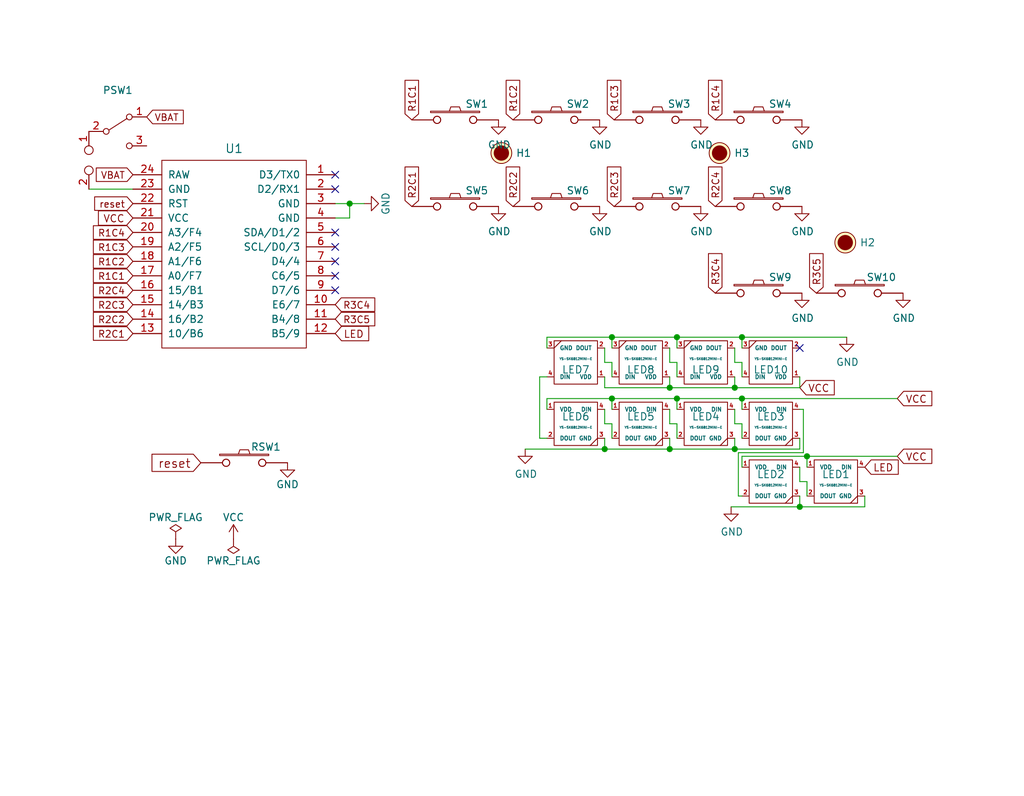
<source format=kicad_sch>
(kicad_sch (version 20211123) (generator eeschema)
  (paper "User" 180.01 140.005)
  (title_block (title "РИСАТЕНО") (date "2021-02-28") (rev "0.2_RGB") (company "Aroum"))
  (lib_symbols
    (symbol "Connector:TestPoint_2Pole" (pin_names (offset 0.762) hide)
      (property "Reference" "TP" (at 0 1.524 0))
      (property "Value" "TestPoint_2Pole" (at 0 -1.778 0))
      (symbol "TestPoint_2Pole_0_1"
        (circle (center -1.778 0) (radius 0.762))
        (circle (center 1.778 0) (radius 0.762))
        (pin passive line (at -5.08 0 0) (length 2.54) (name "1") (number "1"))
        (pin passive line (at 5.08 0 180) (length 2.54) (name "2") (number "2"))
      )
    )
    (symbol "PNCATEHO:ProMicro_r" (pin_names (offset 1.016))
      (property "Reference" "U" (at 1.27 22.86 0))
      (property "Value" "ProMicro_r" (at 1.27 -15.24 0))
      (symbol "ProMicro_r_0_1"
        (rectangle (start 13.97 20.32) (end -11.43 -12.7))
      )
      (symbol "ProMicro_r_1_1"
        (pin bidirectional line (at 19.05 17.78 180) (length 5.08) (name "D3/TX0") (number "1"))
        (pin bidirectional line (at 19.05 -5.08 180) (length 5.08) (name "E6/7") (number "10"))
        (pin bidirectional line (at 19.05 -7.62 180) (length 5.08) (name "B4/8") (number "11"))
        (pin bidirectional line (at 19.05 -10.16 180) (length 5.08) (name "B5/9") (number "12"))
        (pin bidirectional line (at -16.51 -10.16 0) (length 5.08) (name "10/B6") (number "13"))
        (pin bidirectional line (at -16.51 -7.62 0) (length 5.08) (name "16/B2") (number "14"))
        (pin bidirectional line (at -16.51 -5.08 0) (length 5.08) (name "14/B3") (number "15"))
        (pin bidirectional line (at -16.51 -2.54 0) (length 5.08) (name "15/B1") (number "16"))
        (pin bidirectional line (at -16.51 0 0) (length 5.08) (name "A0/F7") (number "17"))
        (pin bidirectional line (at -16.51 2.54 0) (length 5.08) (name "A1/F6") (number "18"))
        (pin bidirectional line (at -16.51 5.08 0) (length 5.08) (name "A2/F5") (number "19"))
        (pin bidirectional line (at 19.05 15.24 180) (length 5.08) (name "D2/RX1") (number "2"))
        (pin bidirectional line (at -16.51 7.62 0) (length 5.08) (name "A3/F4") (number "20"))
        (pin power_in line (at -16.51 10.16 0) (length 5.08) (name "VCC") (number "21"))
        (pin input line (at -16.51 12.7 0) (length 5.08) (name "RST") (number "22"))
        (pin power_in line (at -16.51 15.24 0) (length 5.08) (name "GND") (number "23"))
        (pin power_out line (at -16.51 17.78 0) (length 5.08) (name "RAW") (number "24"))
        (pin power_in line (at 19.05 12.7 180) (length 5.08) (name "GND") (number "3"))
        (pin power_in line (at 19.05 10.16 180) (length 5.08) (name "GND") (number "4"))
        (pin bidirectional line (at 19.05 7.62 180) (length 5.08) (name "SDA/D1/2") (number "5"))
        (pin bidirectional line (at 19.05 5.08 180) (length 5.08) (name "SCL/D0/3") (number "6"))
        (pin bidirectional line (at 19.05 2.54 180) (length 5.08) (name "D4/4") (number "7"))
        (pin bidirectional line (at 19.05 0 180) (length 5.08) (name "C6/5") (number "8"))
        (pin bidirectional line (at 19.05 -2.54 180) (length 5.08) (name "D7/6") (number "9"))
      )
    )
    (symbol "PNCATEHO:SW_PUSH" (pin_numbers hide) (pin_names (offset 1.016) hide)
      (property "Reference" "SW" (at 3.81 2.794 0))
      (property "Value" "SW_PUSH" (at 0 -2.032 0))
      (symbol "SW_PUSH_0_1"
        (rectangle (start -4.318 1.27) (end 4.318 1.524))
        (polyline (pts (xy -1.016 1.524) (xy -0.762 2.286) (xy 0.762 2.286) (xy 1.016 1.524)))
        (pin passive inverted (at -7.62 0 0) (length 5.08) (name "1") (number "1"))
        (pin passive inverted (at 7.62 0 180) (length 5.08) (name "2") (number "2"))
      )
    )
    (symbol "PNCATEHO:YS-SK6812MINI-E" (pin_names (offset 1.016))
      (property "Reference" "LED" (at 0 0 0))
      (property "Value" "YS-SK6812MINI-E" (at 0 -1.524 0))
      (symbol "YS-SK6812MINI-E_0_1"
        (rectangle (start -3.81 3.81) (end 3.81 -3.81))
        (polyline (pts (xy 2.54 -3.81) (xy 3.81 -2.54)))
      )
      (symbol "YS-SK6812MINI-E_1_1"
        (pin power_in line (at -5.08 2.54 0) (length 1.1938) (name "VDD") (number "1"))
        (pin output line (at -5.08 -2.54 0) (length 1.1938) (name "DOUT") (number "2"))
        (pin power_in line (at 5.08 -2.54 180) (length 1.1938) (name "GND") (number "3"))
        (pin input line (at 5.08 2.54 180) (length 1.1938) (name "DIN") (number "4"))
      )
    )
    (symbol "Switch:SW_SPDT" (pin_names (offset 0) hide)
      (property "Reference" "SW" (at 0 4.318 0))
      (property "Value" "SW_SPDT" (at 0 -5.08 0))
      (symbol "SW_SPDT_0_0"
        (circle (center -2.032 0) (radius 0.508))
        (circle (center 2.032 -2.54) (radius 0.508))
      )
      (symbol "SW_SPDT_0_1"
        (polyline (pts (xy -1.524 0.254) (xy 1.651 2.286)))
        (circle (center 2.032 2.54) (radius 0.508))
      )
      (symbol "SW_SPDT_1_1"
        (pin passive line (at 5.08 2.54 180) (length 2.54) (name "A") (number "1"))
        (pin passive line (at -5.08 0 0) (length 2.54) (name "B") (number "2"))
        (pin passive line (at 5.08 -2.54 180) (length 2.54) (name "C") (number "3"))
      )
    )
    (symbol "kbd:Hole" (pin_names (offset 1.016))
      (property "Reference" "H" (at 0 0 0))
      (symbol "Hole_0_1"
        (circle (center 0 0) (radius 1.27) (fill (type outline)))
        (circle (center 0 0) (radius 1.8288) (fill (type background)))
      )
    )
    (symbol "power:GND" (power) (pin_names (offset 0))
      (property "Value" "GND" (at 0 -3.81 0))
      (symbol "GND_0_1"
        (polyline (pts (xy 0 0) (xy 0 -1.27) (xy 1.27 -1.27) (xy 0 -2.54) (xy -1.27 -1.27) (xy 0 -1.27)))
      )
      (symbol "GND_1_1"
        (pin power_in line (at 0 0 270) (length 0) hide (name "GND") (number "1"))
      )
    )
    (symbol "power:PWR_FLAG" (power) (pin_numbers hide) (pin_names (offset 0) hide)
      (property "Value" "PWR_FLAG" (at 0 3.81 0))
      (symbol "PWR_FLAG_0_0"
        (pin power_out line (at 0 0 90) (length 0) (name "pwr") (number "1"))
      )
      (symbol "PWR_FLAG_0_1"
        (polyline (pts (xy 0 0) (xy 0 1.27) (xy -1.016 1.905) (xy 0 2.54) (xy 1.016 1.905) (xy 0 1.27)))
      )
    )
    (symbol "power:VCC" (power) (pin_names (offset 0))
      (property "Value" "VCC" (at 0 3.81 0))
      (symbol "VCC_0_1"
        (polyline (pts (xy -0.762 1.27) (xy 0 2.54)))
        (polyline (pts (xy 0 0) (xy 0 2.54)))
        (polyline (pts (xy 0 2.54) (xy 0.762 1.27)))
      )
      (symbol "VCC_1_1"
        (pin power_in line (at 0 0 90) (length 0) hide (name "VCC") (number "1"))
      )
    )
  )
  (junction (at 130.429 59.309))
  (junction (at 61.468 35.814))
  (junction (at 118.999 59.309))
  (junction (at 129.159 78.994))
  (junction (at 129.159 68.199))
  (junction (at 130.429 70.104))
  (junction (at 140.589 89.154))
  (junction (at 118.999 70.104))
  (junction (at 141.859 80.264))
  (junction (at 107.569 70.104))
  (junction (at 117.729 68.199))
  (junction (at 117.729 78.994))
  (junction (at 107.569 59.309))
  (junction (at 106.299 78.994))
  (no_connect (at 58.928 40.894))
  (no_connect (at 140.589 61.214))
  (no_connect (at 58.928 33.274))
  (no_connect (at 58.928 48.514))
  (no_connect (at 58.928 51.054))
  (no_connect (at 58.928 43.434))
  (no_connect (at 58.928 30.734))
  (no_connect (at 58.928 45.974))
  (wire (pts (xy 96.139 70.104) (xy 96.139 72.009)))
  (wire (pts (xy 107.569 77.089) (xy 107.569 74.549)))
  (wire (pts (xy 96.139 77.089) (xy 94.869 77.089)))
  (wire (pts (xy 140.589 89.154) (xy 152.019 89.154)))
  (wire (pts (xy 118.999 63.754) (xy 117.729 63.754)))
  (wire (pts (xy 118.999 66.294) (xy 118.999 63.754)))
  (wire (pts (xy 152.019 87.249) (xy 152.019 89.154)))
  (wire (pts (xy 129.159 68.199) (xy 140.589 68.199)))
  (wire (pts (xy 106.299 63.754) (xy 106.299 61.214)))
  (wire (pts (xy 118.999 70.104) (xy 107.569 70.104)))
  (wire (pts (xy 141.859 87.249) (xy 141.859 84.709)))
  (wire (pts (xy 107.569 74.549) (xy 106.299 74.549)))
  (wire (pts (xy 129.159 78.994) (xy 117.729 78.994)))
  (wire (pts (xy 130.429 74.549) (xy 129.159 74.549)))
  (wire (pts (xy 140.589 89.154) (xy 128.524 89.154)))
  (wire (pts (xy 130.429 87.249) (xy 129.794 87.249)))
  (wire (pts (xy 130.429 82.169) (xy 130.429 80.264)))
  (wire (pts (xy 129.159 74.549) (xy 129.159 72.009)))
  (wire (pts (xy 118.999 70.104) (xy 118.999 72.009)))
  (wire (pts (xy 107.569 59.309) (xy 96.139 59.309)))
  (wire (pts (xy 106.299 66.294) (xy 106.299 68.199)))
  (wire (pts (xy 118.999 77.089) (xy 118.999 74.549)))
  (wire (pts (xy 106.299 74.549) (xy 106.299 72.009)))
  (wire (pts (xy 117.729 68.199) (xy 129.159 68.199)))
  (wire (pts (xy 157.734 70.104) (xy 130.429 70.104)))
  (wire (pts (xy 129.794 79.629) (xy 141.224 79.629)))
  (wire (pts (xy 64.008 35.814) (xy 61.468 35.814)))
  (wire (pts (xy 130.429 59.309) (xy 118.999 59.309)))
  (wire (pts (xy 140.589 72.009) (xy 141.224 72.009)))
  (wire (pts (xy 129.794 87.249) (xy 129.794 79.629)))
  (wire (pts (xy 107.569 70.104) (xy 96.139 70.104)))
  (wire (pts (xy 130.429 63.754) (xy 129.159 63.754)))
  (wire (pts (xy 130.429 80.264) (xy 141.859 80.264)))
  (wire (pts (xy 118.999 59.309) (xy 118.999 61.214)))
  (wire (pts (xy 117.729 68.199) (xy 117.729 66.294)))
  (wire (pts (xy 94.869 66.294) (xy 96.139 66.294)))
  (wire (pts (xy 118.999 59.309) (xy 107.569 59.309)))
  (wire (pts (xy 140.589 87.249) (xy 140.589 89.154)))
  (wire (pts (xy 61.468 35.814) (xy 58.928 35.814)))
  (wire (pts (xy 117.729 74.549) (xy 117.729 72.009)))
  (wire (pts (xy 130.429 77.089) (xy 130.429 74.549)))
  (wire (pts (xy 107.569 66.294) (xy 107.569 63.754)))
  (wire (pts (xy 94.869 66.294) (xy 94.869 77.089)))
  (wire (pts (xy 96.139 59.309) (xy 96.139 61.214)))
  (wire (pts (xy 118.999 74.549) (xy 117.729 74.549)))
  (wire (pts (xy 107.569 63.754) (xy 106.299 63.754)))
  (wire (pts (xy 117.729 78.994) (xy 106.299 78.994)))
  (wire (pts (xy 58.928 38.354) (xy 61.468 38.354)))
  (wire (pts (xy 141.224 72.009) (xy 141.224 79.629)))
  (wire (pts (xy 106.299 78.994) (xy 92.329 78.994)))
  (wire (pts (xy 129.159 68.199) (xy 129.159 66.294)))
  (wire (pts (xy 130.429 59.309) (xy 148.844 59.309)))
  (wire (pts (xy 141.859 80.264) (xy 141.859 82.169)))
  (wire (pts (xy 107.569 59.309) (xy 107.569 61.214)))
  (wire (pts (xy 107.569 70.104) (xy 107.569 72.009)))
  (wire (pts (xy 130.429 70.104) (xy 118.999 70.104)))
  (wire (pts (xy 15.621 33.274) (xy 23.368 33.274)))
  (wire (pts (xy 129.159 78.994) (xy 129.159 77.089)))
  (wire (pts (xy 141.859 84.709) (xy 140.589 84.709)))
  (wire (pts (xy 130.429 72.009) (xy 130.429 70.104)))
  (wire (pts (xy 117.729 63.754) (xy 117.729 61.214)))
  (wire (pts (xy 61.468 38.354) (xy 61.468 35.814)))
  (wire (pts (xy 129.159 63.754) (xy 129.159 61.214)))
  (wire (pts (xy 141.859 80.264) (xy 157.734 80.264)))
  (wire (pts (xy 117.729 78.994) (xy 117.729 77.089)))
  (wire (pts (xy 140.589 84.709) (xy 140.589 82.169)))
  (wire (pts (xy 140.589 78.994) (xy 129.159 78.994)))
  (wire (pts (xy 140.589 77.089) (xy 140.589 78.994)))
  (wire (pts (xy 106.299 78.994) (xy 106.299 77.089)))
  (wire (pts (xy 130.429 66.294) (xy 130.429 63.754)))
  (wire (pts (xy 106.299 68.199) (xy 117.729 68.199)))
  (wire (pts (xy 140.589 68.199) (xy 140.589 66.294)))
  (wire (pts (xy 130.429 61.214) (xy 130.429 59.309)))
  (global_label "R2C2" (shape input) (at 23.368 56.134 180) (effects (font (size 1.1938 1.1938))) (property "Intersheet References" "${INTERSHEET_REFS}" (effects hide)))
  (global_label "VCC" (shape input) (at 157.734 80.264 0) (property "Intersheet References" "${INTERSHEET_REFS}" (effects hide)))
  (global_label "VBAT" (shape input) (at 23.368 30.734 180) (effects (font (size 1.1938 1.1938))) (property "Intersheet References" "${INTERSHEET_REFS}" (effects hide)))
  (global_label "R1C3" (shape input) (at 23.368 43.434 180) (effects (font (size 1.1938 1.1938))) (property "Intersheet References" "${INTERSHEET_REFS}" (effects hide)))
  (global_label "R1C1" (shape input) (at 23.368 48.514 180) (effects (font (size 1.1938 1.1938))) (property "Intersheet References" "${INTERSHEET_REFS}" (effects hide)))
  (global_label "R3C5" (shape input) (at 143.51 51.562 90) (effects (font (size 1.1938 1.1938))) (property "Intersheet References" "${INTERSHEET_REFS}" (effects hide)))
  (global_label "R1C2" (shape input) (at 23.368 45.974 180) (effects (font (size 1.1938 1.1938))) (property "Intersheet References" "${INTERSHEET_REFS}" (effects hide)))
  (global_label "R3C4" (shape input) (at 58.928 53.594 0) (effects (font (size 1.1938 1.1938))) (property "Intersheet References" "${INTERSHEET_REFS}" (effects hide)))
  (global_label "VCC" (shape input) (at 140.589 68.199 0) (property "Intersheet References" "${INTERSHEET_REFS}" (effects hide)))
  (global_label "LED" (shape input) (at 152.019 82.169 0) (property "Intersheet References" "${INTERSHEET_REFS}" (effects hide)))
  (global_label "R3C4" (shape input) (at 125.73 51.562 90) (effects (font (size 1.1938 1.1938))) (property "Intersheet References" "${INTERSHEET_REFS}" (effects hide)))
  (global_label "R1C4" (shape input) (at 23.368 40.894 180) (effects (font (size 1.1938 1.1938))) (property "Intersheet References" "${INTERSHEET_REFS}" (effects hide)))
  (global_label "VCC" (shape input) (at 157.734 70.104 0) (property "Intersheet References" "${INTERSHEET_REFS}" (effects hide)))
  (global_label "R2C3" (shape input) (at 107.95 36.322 90) (effects (font (size 1.1938 1.1938))) (property "Intersheet References" "${INTERSHEET_REFS}" (effects hide)))
  (global_label "R2C1" (shape input) (at 72.39 36.322 90) (effects (font (size 1.1938 1.1938))) (property "Intersheet References" "${INTERSHEET_REFS}" (effects hide)))
  (global_label "R3C5" (shape input) (at 58.928 56.134 0) (effects (font (size 1.1938 1.1938))) (property "Intersheet References" "${INTERSHEET_REFS}" (effects hide)))
  (global_label "R1C2" (shape input) (at 90.17 21.082 90) (effects (font (size 1.1938 1.1938))) (property "Intersheet References" "${INTERSHEET_REFS}" (effects hide)))
  (global_label "reset" (shape input) (at 23.368 35.814 180) (effects (font (size 1.1938 1.1938))) (property "Intersheet References" "${INTERSHEET_REFS}" (effects hide)))
  (global_label "R1C1" (shape input) (at 72.39 21.082 90) (effects (font (size 1.1938 1.1938))) (property "Intersheet References" "${INTERSHEET_REFS}" (effects hide)))
  (global_label "reset" (shape input) (at 35.306 81.407 180) (effects (font (size 1.524 1.524))) (property "Intersheet References" "${INTERSHEET_REFS}" (effects hide)))
  (global_label "R2C4" (shape input) (at 23.368 51.054 180) (effects (font (size 1.1938 1.1938))) (property "Intersheet References" "${INTERSHEET_REFS}" (effects hide)))
  (global_label "R2C2" (shape input) (at 90.17 36.322 90) (effects (font (size 1.1938 1.1938))) (property "Intersheet References" "${INTERSHEET_REFS}" (effects hide)))
  (global_label "R1C4" (shape input) (at 125.73 21.082 90) (effects (font (size 1.1938 1.1938))) (property "Intersheet References" "${INTERSHEET_REFS}" (effects hide)))
  (global_label "R2C3" (shape input) (at 23.368 53.594 180) (effects (font (size 1.1938 1.1938))) (property "Intersheet References" "${INTERSHEET_REFS}" (effects hide)))
  (global_label "R2C1" (shape input) (at 23.368 58.674 180) (effects (font (size 1.1938 1.1938))) (property "Intersheet References" "${INTERSHEET_REFS}" (effects hide)))
  (global_label "R1C3" (shape input) (at 107.95 21.082 90) (effects (font (size 1.1938 1.1938))) (property "Intersheet References" "${INTERSHEET_REFS}" (effects hide)))
  (global_label "LED" (shape input) (at 58.928 58.674 0) (property "Intersheet References" "${INTERSHEET_REFS}" (effects hide)))
  (global_label "R2C4" (shape input) (at 125.73 36.322 90) (effects (font (size 1.1938 1.1938))) (property "Intersheet References" "${INTERSHEET_REFS}" (effects hide)))
  (global_label "VBAT" (shape input) (at 25.781 20.574 0) (effects (font (size 1.1938 1.1938))) (property "Intersheet References" "${INTERSHEET_REFS}" (effects hide)))
  (global_label "VCC" (shape input) (at 23.368 38.354 180) (property "Intersheet References" "${INTERSHEET_REFS}" (effects hide)))
  (symbol (lib_id "PNCATEHO:SW_PUSH") (at 80.01 21.082 0) (unit 1)
    (property "Reference" "SW1" (at 83.82 18.288 0))
    (property "Value" "SW_PUSH" (effects hide))
    (property "Footprint" "PNCATEHO:ChocV1_duplex" (effects hide))
  )
  (symbol (lib_id "PNCATEHO:SW_PUSH") (at 97.79 21.082 0) (unit 1)
    (property "Reference" "SW2" (at 101.6 18.288 0))
    (property "Value" "SW_PUSH" (effects hide))
    (property "Footprint" "PNCATEHO:ChocV1_duplex" (effects hide))
  )
  (symbol (lib_id "PNCATEHO:SW_PUSH") (at 115.57 21.082 0) (unit 1)
    (property "Reference" "SW3" (at 119.38 18.288 0))
    (property "Value" "SW_PUSH" (effects hide))
    (property "Footprint" "PNCATEHO:ChocV1_duplex" (effects hide))
  )
  (symbol (lib_id "PNCATEHO:SW_PUSH") (at 133.35 21.082 0) (unit 1)
    (property "Reference" "SW4" (at 137.16 18.288 0))
    (property "Value" "SW_PUSH" (effects hide))
    (property "Footprint" "PNCATEHO:ChocV1_duplex" (effects hide))
  )
  (symbol (lib_id "PNCATEHO:SW_PUSH") (at 80.01 36.322 0) (unit 1)
    (property "Reference" "SW5" (at 83.82 33.528 0))
    (property "Value" "SW_PUSH" (effects hide))
    (property "Footprint" "PNCATEHO:ChocV1_duplex" (effects hide))
  )
  (symbol (lib_id "PNCATEHO:SW_PUSH") (at 97.79 36.322 0) (unit 1)
    (property "Reference" "SW6" (at 101.6 33.528 0))
    (property "Value" "SW_PUSH" (effects hide))
    (property "Footprint" "PNCATEHO:ChocV1_duplex" (effects hide))
  )
  (symbol (lib_id "PNCATEHO:SW_PUSH") (at 115.57 36.322 0) (unit 1)
    (property "Reference" "SW7" (at 119.38 33.528 0))
    (property "Value" "SW_PUSH" (effects hide))
    (property "Footprint" "PNCATEHO:ChocV1_duplex" (effects hide))
  )
  (symbol (lib_id "PNCATEHO:SW_PUSH") (at 133.35 36.322 0) (unit 1)
    (property "Reference" "SW8" (at 137.16 33.528 0))
    (property "Value" "SW_PUSH" (effects hide))
    (property "Footprint" "PNCATEHO:ChocV1_duplex" (effects hide))
  )
  (symbol (lib_id "PNCATEHO:SW_PUSH") (at 133.35 51.562 0) (unit 1)
    (property "Reference" "SW9" (at 137.16 48.768 0))
    (property "Value" "SW_PUSH" (effects hide))
    (property "Footprint" "PNCATEHO:ChocV1_duplex" (effects hide))
  )
  (symbol (lib_id "PNCATEHO:SW_PUSH") (at 151.13 51.562 0) (unit 1)
    (property "Reference" "SW10" (at 154.94 48.768 0))
    (property "Value" "SW_PUSH" (effects hide))
    (property "Footprint" "PNCATEHO:ChocV1_duplex" (effects hide))
  )
  (symbol (lib_id "power:GND") (at 64.008 35.814 90) (unit 1)
    (property "Reference" "#PWR08" (effects hide))
    (property "Value" "GND" (at 67.818 35.814 0))
  )
  (symbol (lib_id "power:GND") (at 30.8864 94.8182 0) (unit 1)
    (property "Reference" "#PWR04" (effects hide))
    (property "Value" "GND" (at 30.8864 98.6282 0))
  )
  (symbol (lib_id "power:VCC") (at 41.0464 94.8182 0) (unit 1)
    (property "Reference" "#PWR05" (effects hide))
    (property "Value" "VCC" (at 41.0464 91.0082 0))
  )
  (symbol (lib_id "power:PWR_FLAG") (at 41.0464 94.8182 180) (unit 1)
    (property "Reference" "#FLG02" (effects hide))
    (property "Value" "PWR_FLAG" (at 41.0464 98.6282 0))
  )
  (symbol (lib_id "power:PWR_FLAG") (at 30.8864 94.8182 0) (unit 1)
    (property "Reference" "#FLG01" (effects hide))
    (property "Value" "PWR_FLAG" (at 30.8864 91.0082 0))
  )
  (symbol (lib_id "PNCATEHO:SW_PUSH") (at 42.926 81.407 0) (unit 1)
    (property "Reference" "RSW1" (at 46.736 78.613 0))
    (property "Value" "SW_PUSH" (effects hide))
    (property "Footprint" "PNCATEHO:SW_3x4x2_2legs_duplex" (effects hide))
  )
  (symbol (lib_id "power:GND") (at 50.546 81.407 0) (unit 1)
    (property "Reference" "#PWR0101" (effects hide))
    (property "Value" "GND" (at 50.546 85.217 0))
  )
  (symbol (lib_id "PNCATEHO:ProMicro_r") (at 39.878 48.514 0) (unit 1)
    (property "Reference" "U1" (at 41.148 26.1366 0) (effects (font (size 1.524 1.524))))
    (property "Value" "ProMicro_r" (effects hide))
    (property "Footprint" "PNCATEHO:ProMicro_duplex" (effects hide))
  )
  (symbol (lib_id "power:GND") (at 140.97 36.322 0) (unit 1)
    (property "Reference" "#PWR0102" (effects hide))
    (property "Value" "GND" (at 141.097 40.7162 0))
  )
  (symbol (lib_id "power:GND") (at 123.19 36.322 0) (unit 1)
    (property "Reference" "#PWR0103" (effects hide))
    (property "Value" "GND" (at 123.317 40.7162 0))
  )
  (symbol (lib_id "power:GND") (at 105.41 36.322 0) (unit 1)
    (property "Reference" "#PWR0104" (effects hide))
    (property "Value" "GND" (at 105.537 40.7162 0))
  )
  (symbol (lib_id "power:GND") (at 87.63 36.322 0) (unit 1)
    (property "Reference" "#PWR0105" (effects hide))
    (property "Value" "GND" (at 87.757 40.7162 0))
  )
  (symbol (lib_id "power:GND") (at 140.97 51.562 0) (unit 1)
    (property "Reference" "#PWR0106" (effects hide))
    (property "Value" "GND" (at 141.097 55.9562 0))
  )
  (symbol (lib_id "power:GND") (at 158.75 51.562 0) (unit 1)
    (property "Reference" "#PWR0107" (effects hide))
    (property "Value" "GND" (at 158.877 55.9562 0))
  )
  (symbol (lib_id "power:GND") (at 140.97 21.082 0) (unit 1)
    (property "Reference" "#PWR0108" (effects hide))
    (property "Value" "GND" (at 141.097 25.4762 0))
  )
  (symbol (lib_id "power:GND") (at 123.19 21.082 0) (unit 1)
    (property "Reference" "#PWR0109" (effects hide))
    (property "Value" "GND" (at 123.317 25.4762 0))
  )
  (symbol (lib_id "power:GND") (at 105.41 21.082 0) (unit 1)
    (property "Reference" "#PWR0110" (effects hide))
    (property "Value" "GND" (at 105.537 25.4762 0))
  )
  (symbol (lib_id "power:GND") (at 87.63 21.082 0) (unit 1)
    (property "Reference" "#PWR0112" (effects hide))
    (property "Value" "GND" (at 87.757 25.4762 0))
  )
  (symbol (lib_id "power:GND") (at 128.524 89.154 0) (unit 1)
    (property "Reference" "#PWR0113" (effects hide))
    (property "Value" "GND" (at 128.651 93.5482 0))
  )
  (symbol (lib_id "PNCATEHO:YS-SK6812MINI-E") (at 146.939 84.709 0) (unit 1)
    (property "Reference" "LED1" (at 146.939 83.439 0) (effects (font (size 1.2954 1.2954))))
    (property "Value" "YS-SK6812MINI-E" (at 146.939 85.344 0) (effects (font (size 0.4064 0.4064))))
    (property "Footprint" "PNCATEHO:YS-SK6812MINI-E_duplex" (effects hide))
  )
  (symbol (lib_id "PNCATEHO:YS-SK6812MINI-E") (at 135.509 84.709 0) (unit 1)
    (property "Reference" "LED2" (at 135.509 83.439 0) (effects (font (size 1.2954 1.2954))))
    (property "Value" "YS-SK6812MINI-E" (at 135.509 85.344 0) (effects (font (size 0.4064 0.4064))))
    (property "Footprint" "PNCATEHO:YS-SK6812MINI-E_duplex" (effects hide))
  )
  (symbol (lib_id "PNCATEHO:YS-SK6812MINI-E") (at 135.509 74.549 0) (unit 1)
    (property "Reference" "LED3" (at 135.509 73.279 0) (effects (font (size 1.2954 1.2954))))
    (property "Value" "YS-SK6812MINI-E" (at 135.509 75.184 0) (effects (font (size 0.4064 0.4064))))
    (property "Footprint" "PNCATEHO:YS-SK6812MINI-E_duplex" (effects hide))
  )
  (symbol (lib_id "PNCATEHO:YS-SK6812MINI-E") (at 124.079 74.549 0) (unit 1)
    (property "Reference" "LED4" (at 124.079 73.279 0) (effects (font (size 1.2954 1.2954))))
    (property "Value" "YS-SK6812MINI-E" (at 124.079 75.184 0) (effects (font (size 0.4064 0.4064))))
    (property "Footprint" "PNCATEHO:YS-SK6812MINI-E_duplex" (effects hide))
  )
  (symbol (lib_id "PNCATEHO:YS-SK6812MINI-E") (at 112.649 74.549 0) (unit 1)
    (property "Reference" "LED5" (at 112.649 73.279 0) (effects (font (size 1.2954 1.2954))))
    (property "Value" "YS-SK6812MINI-E" (at 112.649 75.184 0) (effects (font (size 0.4064 0.4064))))
    (property "Footprint" "PNCATEHO:YS-SK6812MINI-E_duplex" (effects hide))
  )
  (symbol (lib_id "PNCATEHO:YS-SK6812MINI-E") (at 101.219 74.549 0) (unit 1)
    (property "Reference" "LED6" (at 101.219 73.279 0) (effects (font (size 1.2954 1.2954))))
    (property "Value" "YS-SK6812MINI-E" (at 101.219 75.184 0) (effects (font (size 0.4064 0.4064))))
    (property "Footprint" "PNCATEHO:YS-SK6812MINI-E_duplex" (effects hide))
  )
  (symbol (lib_id "PNCATEHO:YS-SK6812MINI-E") (at 135.509 63.754 180) (unit 1)
    (property "Reference" "LED10" (at 135.509 65.024 0) (effects (font (size 1.2954 1.2954))))
    (property "Value" "YS-SK6812MINI-E" (at 135.509 63.119 0) (effects (font (size 0.4064 0.4064))))
    (property "Footprint" "PNCATEHO:YS-SK6812MINI-E_duplex" (effects hide))
  )
  (symbol (lib_id "PNCATEHO:YS-SK6812MINI-E") (at 124.079 63.754 180) (unit 1)
    (property "Reference" "LED9" (at 124.079 65.024 0) (effects (font (size 1.2954 1.2954))))
    (property "Value" "YS-SK6812MINI-E" (at 124.079 63.119 0) (effects (font (size 0.4064 0.4064))))
    (property "Footprint" "PNCATEHO:YS-SK6812MINI-E_duplex" (effects hide))
  )
  (symbol (lib_id "PNCATEHO:YS-SK6812MINI-E") (at 112.649 63.754 180) (unit 1)
    (property "Reference" "LED8" (at 112.649 65.024 0) (effects (font (size 1.2954 1.2954))))
    (property "Value" "YS-SK6812MINI-E" (at 112.649 63.119 0) (effects (font (size 0.4064 0.4064))))
    (property "Footprint" "PNCATEHO:YS-SK6812MINI-E_duplex" (effects hide))
  )
  (symbol (lib_id "PNCATEHO:YS-SK6812MINI-E") (at 101.219 63.754 180) (unit 1)
    (property "Reference" "LED7" (at 101.219 65.024 0) (effects (font (size 1.2954 1.2954))))
    (property "Value" "YS-SK6812MINI-E" (at 101.219 63.119 0) (effects (font (size 0.4064 0.4064))))
    (property "Footprint" "PNCATEHO:YS-SK6812MINI-E_duplex" (effects hide))
  )
  (symbol (lib_id "power:GND") (at 148.844 59.309 0) (unit 1)
    (property "Reference" "#PWR0114" (effects hide))
    (property "Value" "GND" (at 148.971 63.7032 0))
  )
  (symbol (lib_id "power:GND") (at 92.329 78.994 0) (unit 1)
    (property "Reference" "#PWR0115" (effects hide))
    (property "Value" "GND" (at 92.456 83.3882 0))
  )
  (symbol (lib_id "kbd:Hole") (at 88.138 26.924 0) (unit 1)
    (property "Reference" "H1" (at 90.678 26.924 0) (effects (justify left)))
    (property "Value" "Hole" (effects hide))
    (property "Footprint" "enki_lib:HOLE" (effects hide))
  )
  (symbol (lib_id "Connector:TestPoint_2Pole") (at 15.621 28.194 270) (unit 1)
    (property "Reference" "J1" (effects hide))
    (property "Value" "TestPoint_2Pole" (effects hide))
    (property "Footprint" "enki_lib:battery_conn" (effects hide))
  )
  (symbol (lib_id "kbd:Hole") (at 148.59 42.672 0) (unit 1)
    (property "Reference" "H2" (at 151.13 42.672 0) (effects (justify left)))
    (property "Value" "Hole" (effects hide))
    (property "Footprint" "enki_lib:HOLE" (effects hide))
  )
  (symbol (lib_id "kbd:Hole") (at 126.492 26.924 0) (unit 1)
    (property "Reference" "H3" (at 129.032 26.924 0) (effects (justify left)))
    (property "Value" "Hole" (effects hide))
    (property "Footprint" "enki_lib:HOLE" (effects hide))
  )
  (symbol (lib_id "Switch:SW_SPDT") (at 20.701 23.114 0) (unit 1)
    (property "Reference" "PSW1" (at 20.701 15.875 0))
    (property "Value" "SW_SPDT" (effects hide))
    (property "Footprint" "enki_lib:switch_MSK-12C02_smd" (effects hide))
  )
)
</source>
